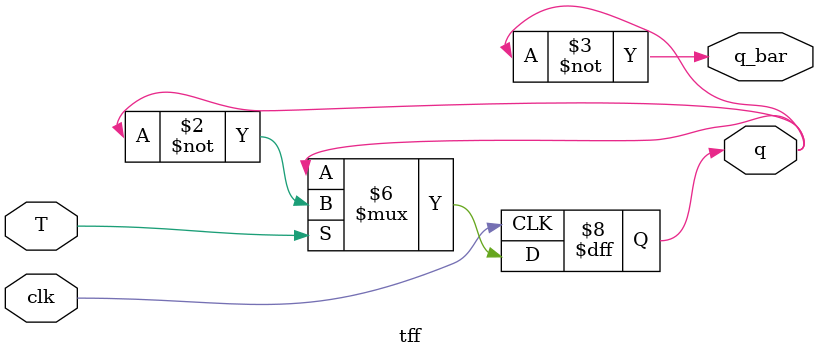
<source format=v>
module tff(clk,T,q,q_bar);
input clk,T;
output reg q=0;
output q_bar;
always @(posedge clk)
begin
if(T)
q<=~q;
else
q<=q;
end 
assign q_bar=~q;

endmodule


</source>
